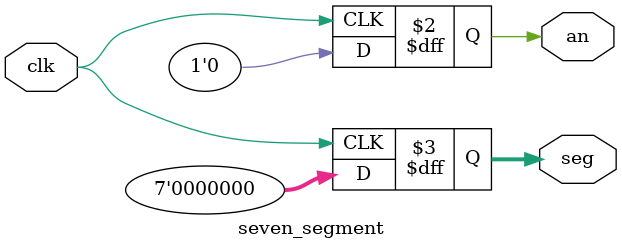
<source format=v>
`timescale 1ns / 1ps


module seven_segment(
    input clk,
    output reg [0:0]an,
    output reg [6:0]seg
    );
    always@ (posedge clk) begin
        an = 1'b0;
        seg = 7'b0;
    end
endmodule

</source>
